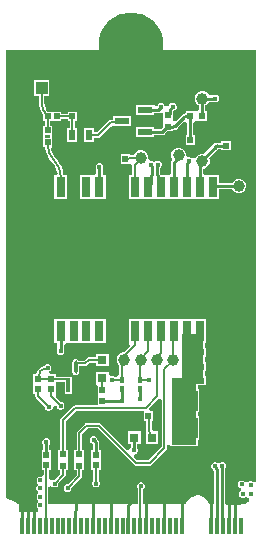
<source format=gtl>
G04*
G04 #@! TF.GenerationSoftware,Altium Limited,Altium Designer,24.4.1 (13)*
G04*
G04 Layer_Physical_Order=1*
G04 Layer_Color=255*
%FSLAX44Y44*%
%MOMM*%
G71*
G04*
G04 #@! TF.SameCoordinates,7548388F-C7DE-4074-AD92-A7CCF3990386*
G04*
G04*
G04 #@! TF.FilePolarity,Positive*
G04*
G01*
G75*
%ADD23R,0.6000X0.9000*%
%ADD24R,0.5500X0.6000*%
G04:AMPARAMS|DCode=25|XSize=1.164mm|YSize=0.3358mm|CornerRadius=0.1679mm|HoleSize=0mm|Usage=FLASHONLY|Rotation=90.000|XOffset=0mm|YOffset=0mm|HoleType=Round|Shape=RoundedRectangle|*
%AMROUNDEDRECTD25*
21,1,1.1640,0.0000,0,0,90.0*
21,1,0.8281,0.3358,0,0,90.0*
1,1,0.3358,0.0000,0.4141*
1,1,0.3358,0.0000,-0.4141*
1,1,0.3358,0.0000,-0.4141*
1,1,0.3358,0.0000,0.4141*
%
%ADD25ROUNDEDRECTD25*%
%ADD26R,0.3358X1.1640*%
%ADD27R,0.8000X0.8000*%
%ADD28R,0.5500X0.5500*%
%ADD29R,0.5500X0.5500*%
%ADD30R,0.5153X0.4725*%
%ADD31R,0.3500X1.4500*%
%ADD32R,0.4500X0.5000*%
%ADD33R,1.1546X1.7062*%
%ADD34R,1.2700X0.5588*%
%ADD35R,0.5000X0.6000*%
%ADD36R,0.8000X0.8000*%
%ADD37R,0.5000X0.5000*%
%ADD38R,0.5000X0.5000*%
%ADD39R,0.6000X0.5000*%
%ADD46R,1.0000X1.0500*%
%ADD47R,1.0500X2.2000*%
%ADD57C,0.1905*%
%ADD58C,0.2540*%
%ADD59C,0.2413*%
%ADD60R,0.8001X1.7983*%
%ADD61C,1.0000*%
%ADD62C,0.4064*%
%ADD63C,5.5000*%
G36*
X171000Y133500D02*
X165000D01*
Y82000D01*
X144000D01*
Y138000D01*
X152993D01*
Y175690D01*
X171000D01*
Y133500D01*
D02*
G37*
G36*
X215922Y50937D02*
X215354Y50617D01*
X213382Y50158D01*
X212870Y50670D01*
X211657Y51172D01*
X210343D01*
X209130Y50670D01*
X208883Y50423D01*
X206896Y50198D01*
X205800Y50582D01*
X205328Y51055D01*
X204114Y51557D01*
X202801D01*
X201587Y51055D01*
X200658Y50126D01*
X200156Y48912D01*
Y47599D01*
X200658Y46385D01*
X201587Y45456D01*
X201804Y45366D01*
D01*
X202801Y44953D01*
X203000D01*
Y43113D01*
X202244Y42799D01*
X202051Y42607D01*
D01*
X201315Y41870D01*
X200812Y40657D01*
Y39343D01*
X201315Y38130D01*
X202244Y37201D01*
X203458Y36698D01*
X204771D01*
X205862Y37150D01*
X205985Y37201D01*
X207318Y37760D01*
X209458Y36676D01*
X209639Y34243D01*
X208588Y33541D01*
X207209Y32162D01*
X207209Y32162D01*
X206767Y31500D01*
X203000D01*
Y31000D01*
X190060D01*
Y31500D01*
X189620D01*
Y61855D01*
X189895Y62130D01*
X190397Y63343D01*
Y64657D01*
X189895Y65870D01*
X188966Y66799D01*
X187752Y67302D01*
X186439D01*
X185225Y66799D01*
X184063Y66026D01*
X182902Y66799D01*
X181688Y67302D01*
X180375D01*
X179161Y66799D01*
X178232Y65870D01*
X177729Y64657D01*
Y63343D01*
X178232Y62130D01*
X179161Y61201D01*
X179484Y61067D01*
X179524Y60864D01*
X180072Y60045D01*
X180380Y59737D01*
Y31500D01*
X175948D01*
X175902Y31731D01*
X175007Y33894D01*
X174123Y35217D01*
X172467Y36872D01*
X171144Y37757D01*
X171144Y37757D01*
X168981Y38652D01*
X168981Y38653D01*
X167421Y38963D01*
X165079D01*
X163519Y38653D01*
X163519Y38652D01*
X161356Y37757D01*
X160033Y36872D01*
X158377Y35217D01*
X157493Y33894D01*
X157493Y33894D01*
X156597Y31731D01*
X156552Y31500D01*
X119766D01*
Y44158D01*
X119870Y44201D01*
X120799Y45130D01*
X121302Y46343D01*
Y47657D01*
X120799Y48870D01*
X119870Y49799D01*
X118657Y50302D01*
X117343D01*
X116130Y49799D01*
X115201Y48870D01*
X114698Y47657D01*
Y46343D01*
X115201Y45130D01*
X115234Y45096D01*
Y31500D01*
X39766D01*
Y46370D01*
X41761Y46992D01*
X42306Y47024D01*
X43130Y46201D01*
X44343Y45698D01*
X45657D01*
X46870Y46201D01*
X47799Y47130D01*
X48302Y48343D01*
Y49097D01*
X53602Y54398D01*
X54093Y55133D01*
X54266Y56000D01*
Y60230D01*
X56270D01*
Y67690D01*
X56270Y67770D01*
Y70230D01*
X56270Y70310D01*
Y77770D01*
X54266D01*
Y102061D01*
X62939Y110734D01*
X118236D01*
X120480Y110020D01*
X120480Y108194D01*
Y101980D01*
X122734D01*
Y94085D01*
X122685Y94036D01*
X122685D01*
X122230Y93270D01*
X122230Y93270D01*
X122230Y91684D01*
Y82730D01*
X132770D01*
Y93270D01*
X129621D01*
X127266Y94036D01*
Y101980D01*
X128520D01*
Y110020D01*
X125817D01*
X124765Y112560D01*
X133194Y120989D01*
X134793Y120626D01*
X135734Y120016D01*
Y79939D01*
X124497Y68702D01*
X114987D01*
X112531Y71158D01*
X112572Y71981D01*
X113312Y73969D01*
X113870Y74201D01*
X114799Y75130D01*
X115302Y76343D01*
Y77657D01*
X114799Y78870D01*
X114590Y79080D01*
Y82730D01*
X117770D01*
Y93270D01*
X107230D01*
Y82730D01*
X109410D01*
Y79080D01*
X109201Y78870D01*
X108969Y78312D01*
X106981Y77572D01*
X106158Y77531D01*
X84087Y99602D01*
X83351Y100094D01*
X82484Y100266D01*
X72000D01*
X71133Y100094D01*
X70398Y99602D01*
X64398Y93602D01*
X63906Y92867D01*
X63734Y92000D01*
Y77770D01*
X61730D01*
Y70310D01*
X61730Y70230D01*
Y67770D01*
X61730Y67690D01*
Y60230D01*
X63734D01*
Y55939D01*
X56097Y48302D01*
X55343D01*
X54130Y47799D01*
X53201Y46870D01*
X52698Y45657D01*
Y44343D01*
X53201Y43130D01*
X54130Y42201D01*
X55343Y41698D01*
X56657D01*
X57870Y42201D01*
X58799Y43130D01*
X59302Y44343D01*
Y45097D01*
X67602Y53398D01*
X68094Y54133D01*
X68266Y55000D01*
Y60230D01*
X70270D01*
Y67690D01*
X70270Y67770D01*
Y70230D01*
X70270Y70310D01*
Y77770D01*
X68266D01*
Y91061D01*
X72939Y95734D01*
X81545D01*
X112446Y64834D01*
X113181Y64343D01*
X114048Y64170D01*
X114048Y64170D01*
X125436D01*
X126303Y64343D01*
X127038Y64834D01*
X139602Y77398D01*
X140093Y78133D01*
X140266Y79000D01*
X140266Y79000D01*
Y81564D01*
X142625Y82000D01*
X143028Y81028D01*
X144000Y80625D01*
X165000D01*
X165972Y81028D01*
X166375Y82000D01*
Y86199D01*
X167285D01*
Y105801D01*
X166375D01*
Y109199D01*
X167285D01*
Y128801D01*
X166375D01*
Y132125D01*
X171000D01*
X171253Y132230D01*
X172770D01*
Y139770D01*
X172375D01*
Y144230D01*
X172770D01*
Y151770D01*
X172375D01*
Y156230D01*
X172770D01*
Y163770D01*
X172375D01*
Y167740D01*
X173262D01*
Y188263D01*
X162721D01*
Y188264D01*
X162264D01*
Y188263D01*
X153806D01*
X151723Y188263D01*
X149183Y188263D01*
X140725Y188263D01*
X138185Y188263D01*
X129726Y188263D01*
X127186Y188263D01*
X118728Y188263D01*
X116188Y188263D01*
X107730D01*
Y167740D01*
X107943D01*
X108996Y165200D01*
X104065Y160270D01*
X102753D01*
X100448Y159315D01*
X98685Y157552D01*
X97730Y155247D01*
Y152753D01*
X98685Y150448D01*
X99734Y149399D01*
Y140520D01*
X98480D01*
Y140135D01*
X95940Y139480D01*
X95870Y139549D01*
X94657Y140052D01*
X93343D01*
X93194Y139990D01*
X90767Y141329D01*
X90653Y141478D01*
Y143810D01*
X80113D01*
Y133270D01*
X80113D01*
X81503Y131876D01*
Y125416D01*
X81503Y123836D01*
X81503Y121296D01*
Y115266D01*
X62000D01*
X61133Y115093D01*
X60398Y114602D01*
X50398Y104602D01*
X49907Y103867D01*
X49734Y103000D01*
Y77770D01*
X47730D01*
Y70310D01*
X47730Y70230D01*
Y67770D01*
X47730Y67690D01*
Y60230D01*
X49734D01*
Y56939D01*
X45097Y52302D01*
X44343D01*
X43130Y51799D01*
X40455Y52639D01*
X40093Y53133D01*
X40266Y54000D01*
Y60480D01*
X42020D01*
Y68980D01*
Y77520D01*
X40590D01*
Y81920D01*
X40799Y82130D01*
X41302Y83343D01*
Y84657D01*
X40799Y85870D01*
X39870Y86799D01*
X38657Y87302D01*
X37343D01*
X36130Y86799D01*
X35201Y85870D01*
X34698Y84657D01*
Y83343D01*
X35201Y82130D01*
X35410Y81920D01*
Y77520D01*
X33980D01*
Y68980D01*
Y60480D01*
X35734D01*
Y56836D01*
X33657Y54947D01*
X32343D01*
X31130Y54444D01*
X30201Y53516D01*
X29698Y52302D01*
Y51000D01*
Y50988D01*
X30201Y49775D01*
X31000Y48976D01*
Y47956D01*
X30081Y47036D01*
D01*
X29578Y45823D01*
Y44509D01*
X30081Y43295D01*
X31000Y42376D01*
Y40670D01*
X30259Y39928D01*
D01*
X30201Y39870D01*
D01*
X29698Y38657D01*
Y37343D01*
X30201Y36130D01*
X31000Y35330D01*
Y33670D01*
X30201Y32870D01*
D01*
D01*
X29698Y31657D01*
Y31500D01*
Y30343D01*
X30201Y29130D01*
X31000Y28330D01*
Y25000D01*
X15000D01*
Y31500D01*
X13233D01*
X12791Y32162D01*
X11412Y33541D01*
X11412Y33541D01*
X10088Y34425D01*
X10088Y34425D01*
X8286Y35172D01*
X7699Y35289D01*
X7125Y35463D01*
X6150Y35559D01*
X4078Y37200D01*
Y38000D01*
Y39343D01*
X4078Y415922D01*
X215922D01*
X215922Y50937D01*
D02*
G37*
%LPC*%
G36*
X171247Y381270D02*
X168753D01*
X166448Y380315D01*
X164685Y378552D01*
X163730Y376247D01*
Y373753D01*
X164685Y371448D01*
X166448Y369685D01*
X167410Y369286D01*
Y366354D01*
X166230Y364270D01*
X163770D01*
X163690Y364270D01*
X156230D01*
Y362554D01*
X155074Y362324D01*
X154677Y362245D01*
X153008Y361130D01*
X153038Y361100D01*
X153037Y361092D01*
X147810Y355865D01*
X146483Y356102D01*
X145610Y356721D01*
X145270Y357310D01*
Y361980D01*
X145320Y362230D01*
Y364657D01*
X145360Y364698D01*
X145657D01*
X146870Y365201D01*
X147799Y366130D01*
X148302Y367343D01*
Y368657D01*
X147799Y369870D01*
X146870Y370799D01*
X145657Y371302D01*
X144343D01*
X143130Y370799D01*
X142201Y369870D01*
X141698Y368657D01*
X140842Y368395D01*
X138302Y368657D01*
X137799Y369870D01*
X136870Y370799D01*
X135657Y371302D01*
X134343D01*
X133130Y370799D01*
X132201Y369870D01*
X131698Y368657D01*
X131456Y368654D01*
X128924Y369214D01*
Y369214D01*
X113684D01*
Y361086D01*
X128924D01*
Y362560D01*
X132150D01*
X133141Y362757D01*
X133981Y363319D01*
X134190Y363527D01*
X136683Y362495D01*
X136730Y362393D01*
Y357310D01*
X136730Y357230D01*
Y354770D01*
X136730Y354690D01*
Y350892D01*
X135277Y349440D01*
X128924D01*
Y350914D01*
X113684D01*
Y342786D01*
X128924D01*
Y344260D01*
X136350D01*
X137341Y344457D01*
X138181Y345019D01*
X140393Y347230D01*
X145270D01*
X145555Y348360D01*
X147154Y348678D01*
X147538Y348755D01*
X149218Y349878D01*
X149183Y349913D01*
X154870Y355600D01*
X157410Y354548D01*
Y344270D01*
X156230D01*
Y335730D01*
X163770D01*
Y344270D01*
X162590D01*
Y353646D01*
X163770Y355730D01*
X166230D01*
X166310Y355730D01*
X173770D01*
Y364270D01*
X172590D01*
Y369286D01*
X173552Y369685D01*
X175315Y371448D01*
X175714Y372410D01*
X178920D01*
X179130Y372201D01*
X180343Y371698D01*
X181657D01*
X182870Y372201D01*
X183799Y373130D01*
X184302Y374343D01*
Y375657D01*
X183799Y376870D01*
X182870Y377799D01*
X181657Y378302D01*
X180343D01*
X179130Y377799D01*
X178920Y377590D01*
X175714D01*
X175315Y378552D01*
X173552Y380315D01*
X171247Y381270D01*
D02*
G37*
G36*
X109620Y360064D02*
X94380D01*
Y357058D01*
X92793D01*
X91925Y356886D01*
X91190Y356395D01*
X81310Y346515D01*
X78770Y346866D01*
Y349770D01*
X70230D01*
Y338230D01*
X78770D01*
Y341734D01*
X82000D01*
X82867Y341907D01*
X83602Y342398D01*
X92221Y351016D01*
X94380Y351936D01*
X94380Y351936D01*
Y351936D01*
X94380Y351936D01*
X109620D01*
Y360064D01*
D02*
G37*
G36*
X40270Y390270D02*
X27730D01*
Y377230D01*
X31734D01*
Y372071D01*
X31684D01*
X32057Y368289D01*
X33160Y364652D01*
X34951Y361300D01*
X35368Y360793D01*
Y356368D01*
X36734D01*
Y351770D01*
X35230D01*
Y344310D01*
X35230Y344230D01*
Y341770D01*
X35230Y341690D01*
Y334230D01*
X36890D01*
X37106Y332034D01*
X38405Y327753D01*
X40513Y323809D01*
X43351Y320351D01*
X43351D01*
X43424Y320347D01*
X45232Y318143D01*
X46602Y315581D01*
X47446Y312800D01*
X47510Y312142D01*
X45805Y310260D01*
X44738D01*
Y289736D01*
X55279D01*
Y310260D01*
X52290D01*
X51951Y313696D01*
X50847Y317339D01*
X49052Y320695D01*
X46638Y323638D01*
X46638Y323638D01*
X45030Y325512D01*
X44333Y326361D01*
X42649Y329511D01*
X41988Y331690D01*
X42770Y334230D01*
X42770D01*
Y341690D01*
X42770Y341770D01*
Y344230D01*
X42770Y344310D01*
Y351770D01*
X41266D01*
Y356368D01*
X50632D01*
Y357734D01*
X56230D01*
Y356230D01*
X57734D01*
Y349770D01*
X55230D01*
Y338230D01*
X63770D01*
Y349770D01*
X62266D01*
Y356230D01*
X63770D01*
Y363770D01*
X56230D01*
Y362266D01*
X50632D01*
Y363632D01*
X38952D01*
X38771Y363853D01*
X37404Y366410D01*
X36562Y369185D01*
X36278Y372071D01*
X36266D01*
Y377230D01*
X40270D01*
Y390270D01*
D02*
G37*
G36*
X194270Y338770D02*
X185730D01*
Y337590D01*
X183115D01*
Y337640D01*
X181133Y337245D01*
X179465Y336131D01*
X179494Y336102D01*
X179493Y336092D01*
X171546Y328146D01*
X171247Y328270D01*
X168753D01*
X166448Y327315D01*
X164685Y325552D01*
X164268Y324547D01*
X163315Y324286D01*
X161403Y324267D01*
X160870Y324799D01*
X159657Y325302D01*
X158623D01*
X158269Y325370D01*
X156270Y327192D01*
Y328247D01*
X155315Y330552D01*
X153552Y332315D01*
X151247Y333270D01*
X148753D01*
X146448Y332315D01*
X144685Y330552D01*
X143730Y328247D01*
Y325753D01*
X144685Y323448D01*
X144745Y323388D01*
X144169Y322813D01*
X143607Y321972D01*
X143410Y320981D01*
Y312056D01*
X141614Y310260D01*
X140725D01*
X138185Y310260D01*
X134657D01*
X134536Y310871D01*
X134118Y311496D01*
Y316084D01*
X134400Y316201D01*
X135329Y317130D01*
X135832Y318343D01*
Y319657D01*
X135329Y320871D01*
X134400Y321799D01*
X133187Y322302D01*
X131873D01*
X130659Y321799D01*
X129498Y321026D01*
X128336Y321799D01*
X127123Y322302D01*
X126418D01*
X125218Y323112D01*
X124270Y324414D01*
Y326247D01*
X123315Y328552D01*
X121552Y330315D01*
X119247Y331270D01*
X116753D01*
X114448Y330315D01*
X112685Y328552D01*
X112152Y327266D01*
X108770D01*
Y328270D01*
X101230D01*
Y319730D01*
X108312D01*
X109213Y319417D01*
X110735Y318341D01*
Y310260D01*
X107730D01*
Y289736D01*
X116188D01*
X118271Y289736D01*
X120811Y289736D01*
X129269D01*
Y289736D01*
X129726D01*
Y289736D01*
X138185D01*
X140267Y289736D01*
X142807Y289736D01*
X151266Y289736D01*
X153806Y289736D01*
X162264Y289736D01*
X164804Y289736D01*
X173262Y289736D01*
X175802Y289736D01*
X184260D01*
Y298410D01*
X195286D01*
X195685Y297448D01*
X197448Y295685D01*
X199753Y294730D01*
X202247D01*
X204552Y295685D01*
X206315Y297448D01*
X207270Y299753D01*
Y302247D01*
X206315Y304552D01*
X204552Y306315D01*
X202247Y307270D01*
X199753D01*
X197448Y306315D01*
X195685Y304552D01*
X195286Y303590D01*
X184260D01*
Y310260D01*
X175802D01*
X173719Y310260D01*
X172377D01*
X170581Y312056D01*
Y315730D01*
X171247D01*
X173552Y316685D01*
X175315Y318448D01*
X176270Y320753D01*
Y323247D01*
X175597Y324872D01*
X183067Y332342D01*
X183115Y332323D01*
X183211Y332363D01*
X185730Y332304D01*
Y331230D01*
X194270D01*
Y338770D01*
D02*
G37*
G36*
X83657Y320302D02*
X82343D01*
X81130Y319799D01*
X80201Y318870D01*
X79698Y317657D01*
Y316343D01*
X80201Y315130D01*
X80413Y314917D01*
Y312056D01*
X78617Y310260D01*
X77733D01*
X75193Y310260D01*
X66734D01*
Y289736D01*
X75193D01*
X77275Y289736D01*
X79815Y289736D01*
X88274D01*
Y310260D01*
X85593D01*
Y314923D01*
X85799Y315130D01*
X86302Y316343D01*
Y317657D01*
X85799Y318870D01*
X84870Y319799D01*
X83657Y320302D01*
D02*
G37*
G36*
X77733Y188263D02*
X75193Y188263D01*
X66734Y188263D01*
X64194Y188263D01*
X55736Y188263D01*
X53196Y188263D01*
X44738D01*
Y167740D01*
X47419D01*
Y163088D01*
X47201Y162870D01*
X46698Y161657D01*
Y160343D01*
X47201Y159130D01*
X48130Y158201D01*
X49343Y157698D01*
X50657D01*
X51870Y158201D01*
X52799Y159130D01*
X53302Y160343D01*
Y161657D01*
X52799Y162870D01*
X52598Y163071D01*
Y165944D01*
X54394Y167740D01*
X55279D01*
X57819Y167740D01*
X66277Y167740D01*
X68817Y167740D01*
X77275Y167740D01*
X79815Y167740D01*
X88274D01*
Y188263D01*
X77733Y188263D01*
D02*
G37*
G36*
X90653Y158810D02*
X80113D01*
Y155806D01*
X73714D01*
X72847Y155633D01*
X72111Y155142D01*
X70124Y153155D01*
X65669D01*
X65126Y153968D01*
X64151Y154620D01*
X63000Y154848D01*
X61849Y154620D01*
X60874Y153968D01*
X60222Y152992D01*
X59993Y151842D01*
Y143560D01*
X60222Y142410D01*
X60874Y141434D01*
X61849Y140782D01*
X63000Y140553D01*
X64151Y140782D01*
X65126Y141434D01*
X65778Y142410D01*
X66007Y143560D01*
Y148623D01*
X71063D01*
X71930Y148796D01*
X72665Y149287D01*
X74652Y151274D01*
X80113D01*
Y148270D01*
X90653D01*
Y158810D01*
D02*
G37*
G36*
X39657Y150302D02*
X38343D01*
X37130Y149799D01*
X36201Y148870D01*
X36187Y148837D01*
X34227Y148025D01*
X32249Y146508D01*
D01*
X31373Y145627D01*
D01*
X29922Y143736D01*
X29011Y141534D01*
X29009Y141520D01*
X26980D01*
Y132980D01*
Y124480D01*
X28734D01*
Y123000D01*
X28907Y122133D01*
X29398Y121398D01*
X36698Y114097D01*
Y113343D01*
X37201Y112130D01*
X38130Y111201D01*
X39343Y110698D01*
X40657D01*
X41870Y111201D01*
X42799Y112130D01*
X43302Y113343D01*
Y113769D01*
X45515Y115159D01*
X45649Y115189D01*
X46698Y114407D01*
Y114343D01*
X47201Y113130D01*
X48130Y112201D01*
X49343Y111698D01*
X50657D01*
X51870Y112201D01*
X52799Y113130D01*
X53302Y114343D01*
Y115657D01*
X52799Y116870D01*
X51870Y117799D01*
X50657Y118302D01*
X49903D01*
X46193Y122012D01*
X46020Y124480D01*
X46020D01*
Y134984D01*
X53551D01*
Y125209D01*
X59449D01*
Y139389D01*
X56329D01*
X55690Y139516D01*
X46020D01*
Y141520D01*
X41036D01*
X40531Y144060D01*
X40870Y144201D01*
X41799Y145130D01*
X42302Y146343D01*
Y147657D01*
X41799Y148870D01*
X40870Y149799D01*
X39657Y150302D01*
D02*
G37*
G36*
X78657Y89302D02*
X77343D01*
X76130Y88799D01*
X75201Y87870D01*
X74698Y86657D01*
Y85343D01*
X75201Y84130D01*
X76130Y83201D01*
X77343Y82698D01*
X77410D01*
Y77520D01*
X75980D01*
Y68980D01*
Y60480D01*
X77734D01*
Y51404D01*
X77201Y50870D01*
X76698Y49657D01*
Y48343D01*
X77201Y47130D01*
X78130Y46201D01*
X79343Y45698D01*
X80657D01*
X81870Y46201D01*
X82799Y47130D01*
X83302Y48343D01*
Y49657D01*
X82799Y50870D01*
X82266Y51404D01*
Y60480D01*
X84020D01*
Y68980D01*
Y77520D01*
X82590D01*
Y84000D01*
X82393Y84991D01*
X81831Y85831D01*
X81302Y86361D01*
Y86657D01*
X80799Y87870D01*
X79870Y88799D01*
X78657Y89302D01*
D02*
G37*
%LPD*%
G36*
X41395Y344230D02*
Y341770D01*
Y341770D01*
X36605D01*
Y341770D01*
Y344230D01*
Y344230D01*
X41395D01*
Y344230D01*
D02*
G37*
D23*
X74500Y344000D02*
D03*
X59500D02*
D03*
D24*
X31000Y137250D02*
D03*
Y128750D02*
D03*
X42000Y137250D02*
D03*
Y128750D02*
D03*
X38000Y73250D02*
D03*
Y64750D02*
D03*
X80000Y73250D02*
D03*
Y64750D02*
D03*
D25*
X63000Y147701D02*
D03*
X69500Y132299D02*
D03*
D26*
X56500D02*
D03*
D27*
X85384Y138540D02*
D03*
Y153540D02*
D03*
D28*
X85523Y118856D02*
D03*
Y127856D02*
D03*
D29*
X124500Y106000D02*
D03*
X115500D02*
D03*
D30*
X39214Y360000D02*
D03*
X46786D02*
D03*
D31*
X17500Y12750D02*
D03*
X22500D02*
D03*
X27500D02*
D03*
X32500D02*
D03*
X37500D02*
D03*
X42500D02*
D03*
X47500D02*
D03*
X52500D02*
D03*
X57500D02*
D03*
X62500D02*
D03*
X67500D02*
D03*
X72500D02*
D03*
X77500D02*
D03*
X82500D02*
D03*
X87500D02*
D03*
X92500D02*
D03*
X97500D02*
D03*
X102500D02*
D03*
X107500D02*
D03*
X112500D02*
D03*
X117500D02*
D03*
X122500D02*
D03*
X127500D02*
D03*
X132500D02*
D03*
X137500D02*
D03*
X142500D02*
D03*
X147500D02*
D03*
X152500D02*
D03*
X187500D02*
D03*
X192500D02*
D03*
X197500D02*
D03*
X202500D02*
D03*
X182500D02*
D03*
X177500D02*
D03*
D32*
X102000Y136750D02*
D03*
Y129250D02*
D03*
X117000Y136750D02*
D03*
Y129250D02*
D03*
D33*
X185758Y96000D02*
D03*
X160242D02*
D03*
X185758Y119000D02*
D03*
X160242D02*
D03*
D34*
X121304Y346850D02*
D03*
Y365150D02*
D03*
X102000Y356000D02*
D03*
D35*
X170000Y340000D02*
D03*
X160000D02*
D03*
X95000Y324000D02*
D03*
X105000D02*
D03*
X160000Y360000D02*
D03*
X170000D02*
D03*
D36*
X127500Y88000D02*
D03*
X112500D02*
D03*
D37*
X70000Y360000D02*
D03*
X60000D02*
D03*
X179000Y160000D02*
D03*
X169000D02*
D03*
X179000Y148000D02*
D03*
X169000D02*
D03*
X179000Y136000D02*
D03*
X169000D02*
D03*
D38*
X39000Y348000D02*
D03*
Y338000D02*
D03*
D39*
X66000Y64000D02*
D03*
Y74000D02*
D03*
X52000Y64000D02*
D03*
Y74000D02*
D03*
X190000Y335000D02*
D03*
Y345000D02*
D03*
X141000Y361000D02*
D03*
Y351000D02*
D03*
D46*
X34000Y383750D02*
D03*
D47*
X19250Y399000D02*
D03*
X48750D02*
D03*
D57*
X50009Y309908D02*
G03*
X45000Y322000I-17100J0D01*
G01*
X39000Y336485D02*
G03*
X45000Y322000I20485J0D01*
G01*
X33000Y144000D02*
G03*
X31000Y139172I4828J-4828D01*
G01*
X39000Y147000D02*
G03*
X33879Y144879I0J-7243D01*
G01*
X118000Y47000D02*
G03*
X117500Y45793I1207J-1207D01*
G01*
X125000Y94036D02*
G03*
X127500Y88000I8536J0D01*
G01*
X59500Y344000D02*
G03*
X60000Y345207I-1207J1207D01*
G01*
X34000Y372071D02*
G03*
X39000Y360000I17071J0D01*
G01*
X113000Y299998D02*
Y318887D01*
X50009Y299998D02*
Y309908D01*
X123999Y160999D02*
Y178002D01*
X145000Y177007D02*
X145995Y178002D01*
X145000Y154000D02*
Y177007D01*
X113000Y166000D02*
Y178002D01*
X102000Y155000D02*
X113000Y166000D01*
X134997Y159187D02*
Y178002D01*
X132000Y156191D02*
X134997Y159187D01*
X132000Y154000D02*
Y156191D01*
X102000Y136750D02*
Y155000D01*
X117000Y154000D02*
X123999Y160999D01*
X117000Y136750D02*
Y154000D01*
X39000Y336485D02*
Y338000D01*
X118000Y323887D02*
Y325000D01*
X113000Y318887D02*
X118000Y323887D01*
X42000Y137250D02*
X55690D01*
X56500Y132299D02*
Y136440D01*
X55690Y137250D02*
X56500Y136440D01*
X85523Y127856D02*
Y138400D01*
X85384Y138540D02*
X85523Y138400D01*
X63000Y147701D02*
Y150218D01*
X63671Y150889D01*
X71063D01*
X73714Y153540D01*
X85384D01*
X31000Y137250D02*
Y139172D01*
X33000Y144000D02*
X33879Y144879D01*
X31000Y137250D02*
X42000D01*
X31000Y123000D02*
X40000Y114000D01*
X31000Y123000D02*
Y128750D01*
X42000Y123000D02*
X50000Y115000D01*
X42000Y123000D02*
Y128750D01*
X117500Y12750D02*
Y45793D01*
X114048Y66436D02*
X125436D01*
X72000Y98000D02*
X82484D01*
X114048Y66436D01*
X66000Y92000D02*
X72000Y98000D01*
X66000Y74000D02*
Y92000D01*
X125436Y66436D02*
X138000Y79000D01*
Y145888D02*
X145000Y152888D01*
X138000Y79000D02*
Y145888D01*
X145000Y152888D02*
Y154000D01*
X52000Y103000D02*
X62000Y113000D01*
X52000Y74000D02*
Y103000D01*
X62000Y113000D02*
X122000D01*
X132000Y123000D01*
Y154000D01*
X125000Y94036D02*
Y106000D01*
X117000Y136750D02*
X125000D01*
X94000D02*
X102000D01*
X108000Y325000D02*
X118000D01*
X107000Y324000D02*
X108000Y325000D01*
X92793Y354793D02*
X100793D01*
X102000Y356000D01*
X82000Y344000D02*
X92793Y354793D01*
X74500Y344000D02*
X82000D01*
X60000Y345207D02*
Y360000D01*
X47000D02*
X60000D01*
X39000D02*
X39000Y360000D01*
Y348000D02*
Y360000D01*
X34000Y372071D02*
Y383750D01*
X80000Y49000D02*
Y64750D01*
X45000Y49000D02*
X52000Y56000D01*
Y64000D01*
X56000Y45000D02*
X66000Y55000D01*
Y64000D01*
X38000Y54000D02*
Y64750D01*
X37500Y53500D02*
X38000Y54000D01*
X37500Y12750D02*
Y53500D01*
D58*
X168731Y320731D02*
G03*
X167992Y318939I1800J-1792D01*
G01*
X145555Y351000D02*
G03*
X147352Y351744I0J2540D01*
G01*
X156660Y360000D02*
G03*
X154868Y359260I0J-2540D01*
G01*
X183115Y335000D02*
G03*
X181324Y334261I0J-2540D01*
G01*
X170733Y323671D02*
G03*
X170000Y322000I1804J-1788D01*
G01*
X112500Y88000D02*
G03*
X112000Y86793I1207J-1207D01*
G01*
X50009Y161008D02*
Y178002D01*
X50000Y161000D02*
X50009Y161008D01*
X156993Y299998D02*
Y319993D01*
X167992Y299998D02*
Y318939D01*
X146000Y300003D02*
Y320981D01*
X179992Y301000D02*
X201000D01*
X178990Y299998D02*
X179992Y301000D01*
X83003Y299998D02*
Y316997D01*
X83000Y317000D02*
X83003Y316997D01*
X145995Y299998D02*
X146000Y300003D01*
X150000Y324981D02*
Y327000D01*
X146000Y320981D02*
X150000Y324981D01*
X168731Y320731D02*
X170000Y322000D01*
X156993Y319993D02*
X159000Y322000D01*
X158770Y360000D02*
X160000Y359500D01*
X140500Y351000D02*
X145555D01*
X147352Y351744D02*
X154868Y359260D01*
X156660Y360000D02*
X158770D01*
X183115Y335000D02*
X190000D01*
X170733Y323671D02*
X181324Y334261D01*
X85523Y118856D02*
X85595Y118928D01*
X101928D01*
X102000Y119000D01*
X69468Y121045D02*
X69500Y121076D01*
Y132299D01*
X63000Y26388D02*
Y38000D01*
X77500Y12750D02*
Y34000D01*
X193000Y27879D02*
Y37000D01*
X192500Y27379D02*
X193000Y27879D01*
X192500Y12750D02*
Y27379D01*
X62500Y12750D02*
Y25888D01*
X63000Y26388D01*
X78000Y86000D02*
X80000Y84000D01*
Y73250D02*
Y84000D01*
X112000Y77000D02*
Y86793D01*
X106000Y106000D02*
X115000D01*
X117000Y121000D02*
Y129250D01*
X102000Y119000D02*
Y129250D01*
X38000Y73250D02*
Y84000D01*
X190000Y345000D02*
Y354000D01*
X170000Y340000D02*
X177000D01*
X170000Y375000D02*
X181000D01*
X170000Y360000D02*
Y375000D01*
X160000Y340000D02*
Y359500D01*
Y340000D02*
X160000Y340000D01*
X136350Y346850D02*
X140500Y351000D01*
X121304Y346850D02*
X136350D01*
X142730Y365730D02*
X145000Y368000D01*
X141500Y361000D02*
X142730Y362230D01*
X141000Y361000D02*
X141500D01*
X142730Y362230D02*
Y365730D01*
X132150Y365150D02*
X135000Y368000D01*
X121304Y365150D02*
X132150D01*
X95000Y324000D02*
Y334000D01*
X95000Y324000D02*
X95000Y324000D01*
X70000Y360000D02*
X79000D01*
X176000Y43588D02*
X177500Y42088D01*
Y12750D02*
Y42088D01*
X176000Y43588D02*
Y44000D01*
X111000Y34588D02*
Y35000D01*
X107500Y31088D02*
X111000Y34588D01*
X107500Y12750D02*
Y31088D01*
X197500Y12750D02*
Y33000D01*
X152000Y36000D02*
X152500Y35500D01*
Y12750D02*
Y35500D01*
X137000Y36000D02*
X137500Y35500D01*
Y12750D02*
Y35500D01*
X122500Y34500D02*
X123000Y35000D01*
X122500Y12750D02*
Y34500D01*
X92500Y33500D02*
X93000Y34000D01*
X92500Y12750D02*
Y33500D01*
X27500Y12750D02*
Y29000D01*
X27000Y12750D02*
X27500D01*
X22500D02*
Y29000D01*
X17500Y12750D02*
Y27000D01*
D59*
X187096Y13727D02*
G03*
X187500Y12750I1381J0D01*
G01*
X182500D02*
G03*
X182904Y13727I-976J976D01*
G01*
X132203Y302792D02*
X134997Y299998D01*
X126793Y309905D02*
X127402Y310514D01*
Y317617D01*
X123999Y299998D02*
X126793Y302792D01*
Y309905D01*
X131593Y310514D02*
Y317617D01*
Y310514D02*
X132203Y309905D01*
Y302792D02*
Y309905D01*
X187096Y13727D02*
Y64000D01*
X187096Y64000D01*
X181031D02*
X181857Y63175D01*
Y61830D02*
Y63175D01*
Y61830D02*
X182904Y60783D01*
Y13727D02*
Y60783D01*
D60*
X113000Y299998D02*
D03*
X156993D02*
D03*
X167992D02*
D03*
X178990D02*
D03*
X123999D02*
D03*
X134997D02*
D03*
X145995D02*
D03*
X83003D02*
D03*
X50009D02*
D03*
X61007D02*
D03*
X72005D02*
D03*
X39010D02*
D03*
X72005Y178002D02*
D03*
X50009D02*
D03*
X39010D02*
D03*
X83003D02*
D03*
X61007D02*
D03*
X145995D02*
D03*
X134997D02*
D03*
X123999D02*
D03*
X178990D02*
D03*
X167992D02*
D03*
X156993D02*
D03*
X113000D02*
D03*
D61*
X132000Y154000D02*
D03*
X170000Y322000D02*
D03*
X118000Y325000D02*
D03*
X150000Y327000D02*
D03*
X170000Y375000D02*
D03*
X201000Y301000D02*
D03*
X104000Y154000D02*
D03*
X118000D02*
D03*
X145000D02*
D03*
D62*
X213640Y410220D02*
D03*
X209830Y402600D02*
D03*
X213640Y394980D02*
D03*
X209830Y387360D02*
D03*
X206020Y410220D02*
D03*
X202210Y402600D02*
D03*
X206020Y394980D02*
D03*
X202210Y387360D02*
D03*
Y174000D02*
D03*
Y158760D02*
D03*
Y143520D02*
D03*
X198400Y410220D02*
D03*
X194590Y402600D02*
D03*
X198400Y394980D02*
D03*
X194590Y387360D02*
D03*
X190780Y410220D02*
D03*
X186970Y402600D02*
D03*
X190780Y394980D02*
D03*
X186970Y387360D02*
D03*
X183160Y410220D02*
D03*
X179350Y402600D02*
D03*
X183160Y394980D02*
D03*
X179350Y387360D02*
D03*
X175540Y410220D02*
D03*
X171730Y402600D02*
D03*
X175540Y394980D02*
D03*
X171730Y387360D02*
D03*
X167920Y410220D02*
D03*
X164110Y402600D02*
D03*
X167920Y394980D02*
D03*
X164110Y387360D02*
D03*
X160300Y410220D02*
D03*
X156490Y402600D02*
D03*
X160300Y394980D02*
D03*
X156490Y387360D02*
D03*
X152680Y410220D02*
D03*
X148870Y402600D02*
D03*
X152680Y394980D02*
D03*
X148870Y387360D02*
D03*
X145060Y410220D02*
D03*
X141250Y402600D02*
D03*
X145060Y394980D02*
D03*
X141250Y387360D02*
D03*
X137440Y394980D02*
D03*
X133630Y387360D02*
D03*
X126010D02*
D03*
X110770Y372120D02*
D03*
X106960Y379740D02*
D03*
X103150Y372120D02*
D03*
X106960Y364500D02*
D03*
X103150Y341640D02*
D03*
X95530Y387360D02*
D03*
X99340Y379740D02*
D03*
X95530Y372120D02*
D03*
X99340Y364500D02*
D03*
X95530Y341640D02*
D03*
Y311160D02*
D03*
Y295920D02*
D03*
Y280680D02*
D03*
X87910Y387360D02*
D03*
X91720Y379740D02*
D03*
X87910Y372120D02*
D03*
X91720Y364500D02*
D03*
X87910Y341640D02*
D03*
Y326400D02*
D03*
X91720Y303540D02*
D03*
Y288300D02*
D03*
X87910Y280680D02*
D03*
X91720Y273060D02*
D03*
X87910Y265440D02*
D03*
X80290Y402600D02*
D03*
X84100Y394980D02*
D03*
X80290Y387360D02*
D03*
X84100Y379740D02*
D03*
X80290Y372120D02*
D03*
X84100Y364500D02*
D03*
Y334020D02*
D03*
X80290Y326400D02*
D03*
Y280680D02*
D03*
X84100Y273060D02*
D03*
X80290Y265440D02*
D03*
X76480Y410220D02*
D03*
X72670Y402600D02*
D03*
X76480Y394980D02*
D03*
X72670Y387360D02*
D03*
X76480Y379740D02*
D03*
X72670Y372120D02*
D03*
X76480Y334020D02*
D03*
X72670Y326400D02*
D03*
X76480Y318780D02*
D03*
Y273060D02*
D03*
X72670Y265440D02*
D03*
X68860Y410220D02*
D03*
X65050Y402600D02*
D03*
X68860Y394980D02*
D03*
X65050Y387360D02*
D03*
X68860Y379740D02*
D03*
X65050Y372120D02*
D03*
X68860Y334020D02*
D03*
X65050Y326400D02*
D03*
X68860Y318780D02*
D03*
Y273060D02*
D03*
X65050Y265440D02*
D03*
X61240Y379740D02*
D03*
X57430Y372120D02*
D03*
X61240Y334020D02*
D03*
X57430Y326400D02*
D03*
Y280680D02*
D03*
X53620Y379740D02*
D03*
X49810Y372120D02*
D03*
Y280680D02*
D03*
X42190D02*
D03*
X46000Y273060D02*
D03*
X42190Y265440D02*
D03*
X38380Y410220D02*
D03*
X34570Y402600D02*
D03*
Y280680D02*
D03*
X38380Y273060D02*
D03*
X34570Y265440D02*
D03*
X30760Y410220D02*
D03*
X26950Y326400D02*
D03*
X30760Y318780D02*
D03*
X26950Y311160D02*
D03*
X30760Y303540D02*
D03*
X26950Y295920D02*
D03*
X30760Y288300D02*
D03*
X26950Y280680D02*
D03*
X30760Y273060D02*
D03*
X26950Y265440D02*
D03*
X19330Y372120D02*
D03*
X23140Y364500D02*
D03*
X19330Y356880D02*
D03*
X23140Y349260D02*
D03*
X19330Y341640D02*
D03*
X23140Y334020D02*
D03*
X19330Y326400D02*
D03*
X23140Y318780D02*
D03*
X19330Y311160D02*
D03*
X23140Y303540D02*
D03*
X19330Y295920D02*
D03*
X23140Y288300D02*
D03*
X19330Y280680D02*
D03*
X23140Y273060D02*
D03*
X19330Y265440D02*
D03*
Y250200D02*
D03*
Y234960D02*
D03*
Y219720D02*
D03*
Y204480D02*
D03*
Y189240D02*
D03*
Y174000D02*
D03*
Y158760D02*
D03*
Y143520D02*
D03*
Y128280D02*
D03*
Y113040D02*
D03*
Y97800D02*
D03*
Y82560D02*
D03*
Y67320D02*
D03*
X15520Y379740D02*
D03*
X11710Y372120D02*
D03*
X15520Y364500D02*
D03*
X11710Y356880D02*
D03*
X15520Y349260D02*
D03*
X11710Y341640D02*
D03*
X15520Y334020D02*
D03*
X11710Y326400D02*
D03*
X15520Y318780D02*
D03*
X11710Y311160D02*
D03*
X15520Y303540D02*
D03*
X11710Y295920D02*
D03*
X15520Y288300D02*
D03*
X11710Y280680D02*
D03*
X15520Y273060D02*
D03*
X11710Y265440D02*
D03*
X15520Y257820D02*
D03*
X11710Y250200D02*
D03*
X15520Y242580D02*
D03*
X11710Y234960D02*
D03*
X15520Y227340D02*
D03*
X11710Y219720D02*
D03*
X15520Y212100D02*
D03*
X11710Y204480D02*
D03*
X15520Y196860D02*
D03*
X11710Y189240D02*
D03*
X15520Y181620D02*
D03*
X11710Y174000D02*
D03*
X15520Y166380D02*
D03*
X11710Y158760D02*
D03*
X15520Y151140D02*
D03*
X11710Y143520D02*
D03*
X15520Y135900D02*
D03*
X11710Y128280D02*
D03*
X15520Y120660D02*
D03*
X11710Y113040D02*
D03*
X15520Y105420D02*
D03*
X11710Y97800D02*
D03*
X15520Y90180D02*
D03*
X11710Y82560D02*
D03*
X15520Y74940D02*
D03*
X11710Y67320D02*
D03*
X15520Y59700D02*
D03*
X204114Y40000D02*
D03*
X69468Y121045D02*
D03*
X40000Y114000D02*
D03*
X50000Y115000D02*
D03*
X39000Y147000D02*
D03*
X118000Y47000D02*
D03*
X200000Y78350D02*
D03*
X207794Y79007D02*
D03*
X203112Y61996D02*
D03*
X211343Y71000D02*
D03*
X212000Y61000D02*
D03*
X63000Y38000D02*
D03*
X193000Y37000D02*
D03*
X208000Y193000D02*
D03*
X205000Y239000D02*
D03*
X206000Y215000D02*
D03*
Y259000D02*
D03*
Y268000D02*
D03*
Y276000D02*
D03*
X32151Y339810D02*
D03*
X31576Y332800D02*
D03*
X35076Y326800D02*
D03*
X38651Y320417D02*
D03*
X43408Y314602D02*
D03*
X55998Y314097D02*
D03*
X54580Y320095D02*
D03*
X50238Y325800D02*
D03*
X47228Y332057D02*
D03*
X46887Y338234D02*
D03*
X46651Y344528D02*
D03*
X41962Y367714D02*
D03*
X39820Y373823D02*
D03*
X31485Y353188D02*
D03*
X30909Y359800D02*
D03*
X29145Y365800D02*
D03*
X33000Y393477D02*
D03*
X23000Y383750D02*
D03*
X24523Y377500D02*
D03*
X28054Y371915D02*
D03*
X31719Y347000D02*
D03*
X46267Y350969D02*
D03*
X43782Y379467D02*
D03*
X41000Y393477D02*
D03*
X9000Y395000D02*
D03*
Y408000D02*
D03*
X62000Y394000D02*
D03*
X73000Y38000D02*
D03*
X187096Y64000D02*
D03*
X181031D02*
D03*
X78000Y86000D02*
D03*
X132530Y319000D02*
D03*
X126466D02*
D03*
X112000Y77000D02*
D03*
X106000Y106000D02*
D03*
X117000Y121000D02*
D03*
X102000Y119000D02*
D03*
X125000Y136750D02*
D03*
X94000D02*
D03*
X38000Y84000D02*
D03*
X83000Y317000D02*
D03*
X159000Y322000D02*
D03*
X50000Y161000D02*
D03*
X190000Y354000D02*
D03*
X177000Y340000D02*
D03*
X181000Y375000D02*
D03*
X145000Y368000D02*
D03*
X135000D02*
D03*
X95000Y334000D02*
D03*
X79000Y360000D02*
D03*
X39010Y160198D02*
D03*
X64425Y314602D02*
D03*
X36000Y314802D02*
D03*
X199000Y90000D02*
D03*
Y101000D02*
D03*
X198000Y117000D02*
D03*
Y126000D02*
D03*
X188000Y136000D02*
D03*
Y148000D02*
D03*
Y160000D02*
D03*
X159000Y152000D02*
D03*
Y145500D02*
D03*
Y139375D02*
D03*
X176000Y44000D02*
D03*
X195873Y44688D02*
D03*
X196187Y51172D02*
D03*
X111000Y35000D02*
D03*
X203458Y48255D02*
D03*
X211000Y40000D02*
D03*
Y47870D02*
D03*
X152000Y36000D02*
D03*
X137000D02*
D03*
X123000Y35000D02*
D03*
X93000Y34000D02*
D03*
X33000Y31000D02*
D03*
Y38000D02*
D03*
X32880Y45166D02*
D03*
X33000Y51645D02*
D03*
X15000Y50312D02*
D03*
X12791Y42000D02*
D03*
X6395Y41971D02*
D03*
X6826Y50312D02*
D03*
X80000Y49000D02*
D03*
X45000D02*
D03*
X56000Y45000D02*
D03*
D63*
X110000Y420000D02*
D03*
M02*

</source>
